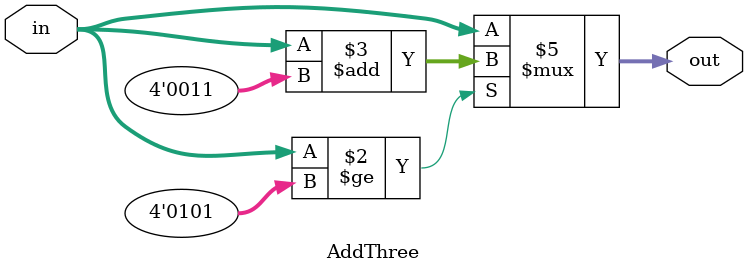
<source format=v>
`timescale 1ns / 100ps

module AddThree (
    input wire [3:0] in,
    output reg [3:0] out
    );
    
    always @(*) begin
        if (in >= 4'h5)
            out = in + 4'h3;    
        else
            out = in;
    end
    
endmodule

</source>
